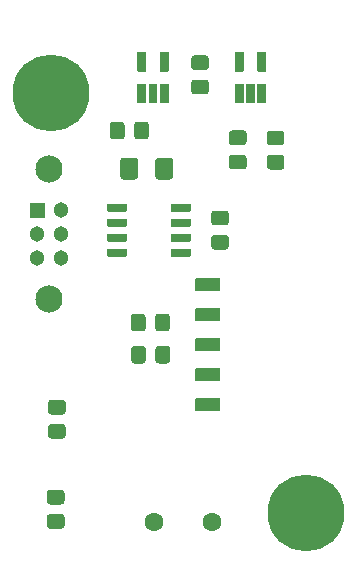
<source format=gbs>
G04 #@! TF.GenerationSoftware,KiCad,Pcbnew,5.1.10*
G04 #@! TF.CreationDate,2022-01-04T22:36:10-05:00*
G04 #@! TF.ProjectId,logger,6c6f6767-6572-42e6-9b69-6361645f7063,rev?*
G04 #@! TF.SameCoordinates,Original*
G04 #@! TF.FileFunction,Soldermask,Bot*
G04 #@! TF.FilePolarity,Negative*
%FSLAX46Y46*%
G04 Gerber Fmt 4.6, Leading zero omitted, Abs format (unit mm)*
G04 Created by KiCad (PCBNEW 5.1.10) date 2022-01-04 22:36:10*
%MOMM*%
%LPD*%
G01*
G04 APERTURE LIST*
%ADD10C,2.301600*%
%ADD11C,1.301600*%
%ADD12C,1.601600*%
%ADD13C,6.501600*%
G04 APERTURE END LIST*
D10*
X127676400Y-74586200D03*
X127676400Y-85586200D03*
D11*
X128676400Y-78086200D03*
X128676400Y-80086200D03*
X128676400Y-82086200D03*
X126676400Y-82086200D03*
G36*
G01*
X126076400Y-77435400D02*
X127276400Y-77435400D01*
G75*
G02*
X127327200Y-77486200I0J-50800D01*
G01*
X127327200Y-78686200D01*
G75*
G02*
X127276400Y-78737000I-50800J0D01*
G01*
X126076400Y-78737000D01*
G75*
G02*
X126025600Y-78686200I0J50800D01*
G01*
X126025600Y-77486200D01*
G75*
G02*
X126076400Y-77435400I50800J0D01*
G01*
G37*
X126676400Y-80086200D03*
D12*
X141430400Y-104444800D03*
X136550400Y-104444800D03*
D13*
X127787400Y-68148200D03*
G36*
G01*
X127740485Y-103786200D02*
X128697915Y-103786200D01*
G75*
G02*
X128970000Y-104058285I0J-272085D01*
G01*
X128970000Y-104765715D01*
G75*
G02*
X128697915Y-105037800I-272085J0D01*
G01*
X127740485Y-105037800D01*
G75*
G02*
X127468400Y-104765715I0J272085D01*
G01*
X127468400Y-104058285D01*
G75*
G02*
X127740485Y-103786200I272085J0D01*
G01*
G37*
G36*
G01*
X127740485Y-101736200D02*
X128697915Y-101736200D01*
G75*
G02*
X128970000Y-102008285I0J-272085D01*
G01*
X128970000Y-102715715D01*
G75*
G02*
X128697915Y-102987800I-272085J0D01*
G01*
X127740485Y-102987800D01*
G75*
G02*
X127468400Y-102715715I0J272085D01*
G01*
X127468400Y-102008285D01*
G75*
G02*
X127740485Y-101736200I272085J0D01*
G01*
G37*
G36*
G01*
X127842085Y-94116200D02*
X128799515Y-94116200D01*
G75*
G02*
X129071600Y-94388285I0J-272085D01*
G01*
X129071600Y-95095715D01*
G75*
G02*
X128799515Y-95367800I-272085J0D01*
G01*
X127842085Y-95367800D01*
G75*
G02*
X127570000Y-95095715I0J272085D01*
G01*
X127570000Y-94388285D01*
G75*
G02*
X127842085Y-94116200I272085J0D01*
G01*
G37*
G36*
G01*
X127842085Y-96166200D02*
X128799515Y-96166200D01*
G75*
G02*
X129071600Y-96438285I0J-272085D01*
G01*
X129071600Y-97145715D01*
G75*
G02*
X128799515Y-97417800I-272085J0D01*
G01*
X127842085Y-97417800D01*
G75*
G02*
X127570000Y-97145715I0J272085D01*
G01*
X127570000Y-96438285D01*
G75*
G02*
X127842085Y-96166200I272085J0D01*
G01*
G37*
G36*
G01*
X134857800Y-71801915D02*
X134857800Y-70844485D01*
G75*
G02*
X135129885Y-70572400I272085J0D01*
G01*
X135837315Y-70572400D01*
G75*
G02*
X136109400Y-70844485I0J-272085D01*
G01*
X136109400Y-71801915D01*
G75*
G02*
X135837315Y-72074000I-272085J0D01*
G01*
X135129885Y-72074000D01*
G75*
G02*
X134857800Y-71801915I0J272085D01*
G01*
G37*
G36*
G01*
X132807800Y-71801915D02*
X132807800Y-70844485D01*
G75*
G02*
X133079885Y-70572400I272085J0D01*
G01*
X133787315Y-70572400D01*
G75*
G02*
X134059400Y-70844485I0J-272085D01*
G01*
X134059400Y-71801915D01*
G75*
G02*
X133787315Y-72074000I-272085J0D01*
G01*
X133079885Y-72074000D01*
G75*
G02*
X132807800Y-71801915I0J272085D01*
G01*
G37*
G36*
G01*
X145994000Y-69029800D02*
X145344000Y-69029800D01*
G75*
G02*
X145293200Y-68979000I0J50800D01*
G01*
X145293200Y-67419000D01*
G75*
G02*
X145344000Y-67368200I50800J0D01*
G01*
X145994000Y-67368200D01*
G75*
G02*
X146044800Y-67419000I0J-50800D01*
G01*
X146044800Y-68979000D01*
G75*
G02*
X145994000Y-69029800I-50800J0D01*
G01*
G37*
G36*
G01*
X145044000Y-69029800D02*
X144394000Y-69029800D01*
G75*
G02*
X144343200Y-68979000I0J50800D01*
G01*
X144343200Y-67419000D01*
G75*
G02*
X144394000Y-67368200I50800J0D01*
G01*
X145044000Y-67368200D01*
G75*
G02*
X145094800Y-67419000I0J-50800D01*
G01*
X145094800Y-68979000D01*
G75*
G02*
X145044000Y-69029800I-50800J0D01*
G01*
G37*
G36*
G01*
X144094000Y-69029800D02*
X143444000Y-69029800D01*
G75*
G02*
X143393200Y-68979000I0J50800D01*
G01*
X143393200Y-67419000D01*
G75*
G02*
X143444000Y-67368200I50800J0D01*
G01*
X144094000Y-67368200D01*
G75*
G02*
X144144800Y-67419000I0J-50800D01*
G01*
X144144800Y-68979000D01*
G75*
G02*
X144094000Y-69029800I-50800J0D01*
G01*
G37*
G36*
G01*
X144094000Y-66329800D02*
X143444000Y-66329800D01*
G75*
G02*
X143393200Y-66279000I0J50800D01*
G01*
X143393200Y-64719000D01*
G75*
G02*
X143444000Y-64668200I50800J0D01*
G01*
X144094000Y-64668200D01*
G75*
G02*
X144144800Y-64719000I0J-50800D01*
G01*
X144144800Y-66279000D01*
G75*
G02*
X144094000Y-66329800I-50800J0D01*
G01*
G37*
G36*
G01*
X145994000Y-66329800D02*
X145344000Y-66329800D01*
G75*
G02*
X145293200Y-66279000I0J50800D01*
G01*
X145293200Y-64719000D01*
G75*
G02*
X145344000Y-64668200I50800J0D01*
G01*
X145994000Y-64668200D01*
G75*
G02*
X146044800Y-64719000I0J-50800D01*
G01*
X146044800Y-66279000D01*
G75*
G02*
X145994000Y-66329800I-50800J0D01*
G01*
G37*
G36*
G01*
X138177300Y-73891024D02*
X138177300Y-75206976D01*
G75*
G02*
X137909476Y-75474800I-267824J0D01*
G01*
X136918524Y-75474800D01*
G75*
G02*
X136650700Y-75206976I0J267824D01*
G01*
X136650700Y-73891024D01*
G75*
G02*
X136918524Y-73623200I267824J0D01*
G01*
X137909476Y-73623200D01*
G75*
G02*
X138177300Y-73891024I0J-267824D01*
G01*
G37*
G36*
G01*
X135202300Y-73891024D02*
X135202300Y-75206976D01*
G75*
G02*
X134934476Y-75474800I-267824J0D01*
G01*
X133943524Y-75474800D01*
G75*
G02*
X133675700Y-75206976I0J267824D01*
G01*
X133675700Y-73891024D01*
G75*
G02*
X133943524Y-73623200I267824J0D01*
G01*
X134934476Y-73623200D01*
G75*
G02*
X135202300Y-73891024I0J-267824D01*
G01*
G37*
G36*
G01*
X137887400Y-87100485D02*
X137887400Y-88057915D01*
G75*
G02*
X137615315Y-88330000I-272085J0D01*
G01*
X136907885Y-88330000D01*
G75*
G02*
X136635800Y-88057915I0J272085D01*
G01*
X136635800Y-87100485D01*
G75*
G02*
X136907885Y-86828400I272085J0D01*
G01*
X137615315Y-86828400D01*
G75*
G02*
X137887400Y-87100485I0J-272085D01*
G01*
G37*
G36*
G01*
X135837400Y-87100485D02*
X135837400Y-88057915D01*
G75*
G02*
X135565315Y-88330000I-272085J0D01*
G01*
X134857885Y-88330000D01*
G75*
G02*
X134585800Y-88057915I0J272085D01*
G01*
X134585800Y-87100485D01*
G75*
G02*
X134857885Y-86828400I272085J0D01*
G01*
X135565315Y-86828400D01*
G75*
G02*
X135837400Y-87100485I0J-272085D01*
G01*
G37*
G36*
G01*
X137739000Y-69029800D02*
X137089000Y-69029800D01*
G75*
G02*
X137038200Y-68979000I0J50800D01*
G01*
X137038200Y-67419000D01*
G75*
G02*
X137089000Y-67368200I50800J0D01*
G01*
X137739000Y-67368200D01*
G75*
G02*
X137789800Y-67419000I0J-50800D01*
G01*
X137789800Y-68979000D01*
G75*
G02*
X137739000Y-69029800I-50800J0D01*
G01*
G37*
G36*
G01*
X136789000Y-69029800D02*
X136139000Y-69029800D01*
G75*
G02*
X136088200Y-68979000I0J50800D01*
G01*
X136088200Y-67419000D01*
G75*
G02*
X136139000Y-67368200I50800J0D01*
G01*
X136789000Y-67368200D01*
G75*
G02*
X136839800Y-67419000I0J-50800D01*
G01*
X136839800Y-68979000D01*
G75*
G02*
X136789000Y-69029800I-50800J0D01*
G01*
G37*
G36*
G01*
X135839000Y-69029800D02*
X135189000Y-69029800D01*
G75*
G02*
X135138200Y-68979000I0J50800D01*
G01*
X135138200Y-67419000D01*
G75*
G02*
X135189000Y-67368200I50800J0D01*
G01*
X135839000Y-67368200D01*
G75*
G02*
X135889800Y-67419000I0J-50800D01*
G01*
X135889800Y-68979000D01*
G75*
G02*
X135839000Y-69029800I-50800J0D01*
G01*
G37*
G36*
G01*
X135839000Y-66329800D02*
X135189000Y-66329800D01*
G75*
G02*
X135138200Y-66279000I0J50800D01*
G01*
X135138200Y-64719000D01*
G75*
G02*
X135189000Y-64668200I50800J0D01*
G01*
X135839000Y-64668200D01*
G75*
G02*
X135889800Y-64719000I0J-50800D01*
G01*
X135889800Y-66279000D01*
G75*
G02*
X135839000Y-66329800I-50800J0D01*
G01*
G37*
G36*
G01*
X137739000Y-66329800D02*
X137089000Y-66329800D01*
G75*
G02*
X137038200Y-66279000I0J50800D01*
G01*
X137038200Y-64719000D01*
G75*
G02*
X137089000Y-64668200I50800J0D01*
G01*
X137739000Y-64668200D01*
G75*
G02*
X137789800Y-64719000I0J-50800D01*
G01*
X137789800Y-66279000D01*
G75*
G02*
X137739000Y-66329800I-50800J0D01*
G01*
G37*
G36*
G01*
X142617115Y-81397800D02*
X141659685Y-81397800D01*
G75*
G02*
X141387600Y-81125715I0J272085D01*
G01*
X141387600Y-80418285D01*
G75*
G02*
X141659685Y-80146200I272085J0D01*
G01*
X142617115Y-80146200D01*
G75*
G02*
X142889200Y-80418285I0J-272085D01*
G01*
X142889200Y-81125715D01*
G75*
G02*
X142617115Y-81397800I-272085J0D01*
G01*
G37*
G36*
G01*
X142617115Y-79347800D02*
X141659685Y-79347800D01*
G75*
G02*
X141387600Y-79075715I0J272085D01*
G01*
X141387600Y-78368285D01*
G75*
G02*
X141659685Y-78096200I272085J0D01*
G01*
X142617115Y-78096200D01*
G75*
G02*
X142889200Y-78368285I0J-272085D01*
G01*
X142889200Y-79075715D01*
G75*
G02*
X142617115Y-79347800I-272085J0D01*
G01*
G37*
G36*
G01*
X139636800Y-77551000D02*
X139636800Y-78151000D01*
G75*
G02*
X139586000Y-78201800I-50800J0D01*
G01*
X138036000Y-78201800D01*
G75*
G02*
X137985200Y-78151000I0J50800D01*
G01*
X137985200Y-77551000D01*
G75*
G02*
X138036000Y-77500200I50800J0D01*
G01*
X139586000Y-77500200D01*
G75*
G02*
X139636800Y-77551000I0J-50800D01*
G01*
G37*
G36*
G01*
X139636800Y-78821000D02*
X139636800Y-79421000D01*
G75*
G02*
X139586000Y-79471800I-50800J0D01*
G01*
X138036000Y-79471800D01*
G75*
G02*
X137985200Y-79421000I0J50800D01*
G01*
X137985200Y-78821000D01*
G75*
G02*
X138036000Y-78770200I50800J0D01*
G01*
X139586000Y-78770200D01*
G75*
G02*
X139636800Y-78821000I0J-50800D01*
G01*
G37*
G36*
G01*
X139636800Y-80091000D02*
X139636800Y-80691000D01*
G75*
G02*
X139586000Y-80741800I-50800J0D01*
G01*
X138036000Y-80741800D01*
G75*
G02*
X137985200Y-80691000I0J50800D01*
G01*
X137985200Y-80091000D01*
G75*
G02*
X138036000Y-80040200I50800J0D01*
G01*
X139586000Y-80040200D01*
G75*
G02*
X139636800Y-80091000I0J-50800D01*
G01*
G37*
G36*
G01*
X139636800Y-81361000D02*
X139636800Y-81961000D01*
G75*
G02*
X139586000Y-82011800I-50800J0D01*
G01*
X138036000Y-82011800D01*
G75*
G02*
X137985200Y-81961000I0J50800D01*
G01*
X137985200Y-81361000D01*
G75*
G02*
X138036000Y-81310200I50800J0D01*
G01*
X139586000Y-81310200D01*
G75*
G02*
X139636800Y-81361000I0J-50800D01*
G01*
G37*
G36*
G01*
X134236800Y-81361000D02*
X134236800Y-81961000D01*
G75*
G02*
X134186000Y-82011800I-50800J0D01*
G01*
X132636000Y-82011800D01*
G75*
G02*
X132585200Y-81961000I0J50800D01*
G01*
X132585200Y-81361000D01*
G75*
G02*
X132636000Y-81310200I50800J0D01*
G01*
X134186000Y-81310200D01*
G75*
G02*
X134236800Y-81361000I0J-50800D01*
G01*
G37*
G36*
G01*
X134236800Y-80091000D02*
X134236800Y-80691000D01*
G75*
G02*
X134186000Y-80741800I-50800J0D01*
G01*
X132636000Y-80741800D01*
G75*
G02*
X132585200Y-80691000I0J50800D01*
G01*
X132585200Y-80091000D01*
G75*
G02*
X132636000Y-80040200I50800J0D01*
G01*
X134186000Y-80040200D01*
G75*
G02*
X134236800Y-80091000I0J-50800D01*
G01*
G37*
G36*
G01*
X134236800Y-78821000D02*
X134236800Y-79421000D01*
G75*
G02*
X134186000Y-79471800I-50800J0D01*
G01*
X132636000Y-79471800D01*
G75*
G02*
X132585200Y-79421000I0J50800D01*
G01*
X132585200Y-78821000D01*
G75*
G02*
X132636000Y-78770200I50800J0D01*
G01*
X134186000Y-78770200D01*
G75*
G02*
X134236800Y-78821000I0J-50800D01*
G01*
G37*
G36*
G01*
X134236800Y-77551000D02*
X134236800Y-78151000D01*
G75*
G02*
X134186000Y-78201800I-50800J0D01*
G01*
X132636000Y-78201800D01*
G75*
G02*
X132585200Y-78151000I0J50800D01*
G01*
X132585200Y-77551000D01*
G75*
G02*
X132636000Y-77500200I50800J0D01*
G01*
X134186000Y-77500200D01*
G75*
G02*
X134236800Y-77551000I0J-50800D01*
G01*
G37*
G36*
G01*
X147316115Y-74634000D02*
X146358685Y-74634000D01*
G75*
G02*
X146086600Y-74361915I0J272085D01*
G01*
X146086600Y-73654485D01*
G75*
G02*
X146358685Y-73382400I272085J0D01*
G01*
X147316115Y-73382400D01*
G75*
G02*
X147588200Y-73654485I0J-272085D01*
G01*
X147588200Y-74361915D01*
G75*
G02*
X147316115Y-74634000I-272085J0D01*
G01*
G37*
G36*
G01*
X147316115Y-72584000D02*
X146358685Y-72584000D01*
G75*
G02*
X146086600Y-72311915I0J272085D01*
G01*
X146086600Y-71604485D01*
G75*
G02*
X146358685Y-71332400I272085J0D01*
G01*
X147316115Y-71332400D01*
G75*
G02*
X147588200Y-71604485I0J-272085D01*
G01*
X147588200Y-72311915D01*
G75*
G02*
X147316115Y-72584000I-272085J0D01*
G01*
G37*
G36*
G01*
X143158285Y-73364400D02*
X144115715Y-73364400D01*
G75*
G02*
X144387800Y-73636485I0J-272085D01*
G01*
X144387800Y-74343915D01*
G75*
G02*
X144115715Y-74616000I-272085J0D01*
G01*
X143158285Y-74616000D01*
G75*
G02*
X142886200Y-74343915I0J272085D01*
G01*
X142886200Y-73636485D01*
G75*
G02*
X143158285Y-73364400I272085J0D01*
G01*
G37*
G36*
G01*
X143158285Y-71314400D02*
X144115715Y-71314400D01*
G75*
G02*
X144387800Y-71586485I0J-272085D01*
G01*
X144387800Y-72293915D01*
G75*
G02*
X144115715Y-72566000I-272085J0D01*
G01*
X143158285Y-72566000D01*
G75*
G02*
X142886200Y-72293915I0J272085D01*
G01*
X142886200Y-71586485D01*
G75*
G02*
X143158285Y-71314400I272085J0D01*
G01*
G37*
G36*
G01*
X140915315Y-66208600D02*
X139957885Y-66208600D01*
G75*
G02*
X139685800Y-65936515I0J272085D01*
G01*
X139685800Y-65229085D01*
G75*
G02*
X139957885Y-64957000I272085J0D01*
G01*
X140915315Y-64957000D01*
G75*
G02*
X141187400Y-65229085I0J-272085D01*
G01*
X141187400Y-65936515D01*
G75*
G02*
X140915315Y-66208600I-272085J0D01*
G01*
G37*
G36*
G01*
X140915315Y-68258600D02*
X139957885Y-68258600D01*
G75*
G02*
X139685800Y-67986515I0J272085D01*
G01*
X139685800Y-67279085D01*
G75*
G02*
X139957885Y-67007000I272085J0D01*
G01*
X140915315Y-67007000D01*
G75*
G02*
X141187400Y-67279085I0J-272085D01*
G01*
X141187400Y-67986515D01*
G75*
G02*
X140915315Y-68258600I-272085J0D01*
G01*
G37*
G36*
G01*
X134611200Y-90775715D02*
X134611200Y-89818285D01*
G75*
G02*
X134883285Y-89546200I272085J0D01*
G01*
X135590715Y-89546200D01*
G75*
G02*
X135862800Y-89818285I0J-272085D01*
G01*
X135862800Y-90775715D01*
G75*
G02*
X135590715Y-91047800I-272085J0D01*
G01*
X134883285Y-91047800D01*
G75*
G02*
X134611200Y-90775715I0J272085D01*
G01*
G37*
G36*
G01*
X136661200Y-90775715D02*
X136661200Y-89818285D01*
G75*
G02*
X136933285Y-89546200I272085J0D01*
G01*
X137640715Y-89546200D01*
G75*
G02*
X137912800Y-89818285I0J-272085D01*
G01*
X137912800Y-90775715D01*
G75*
G02*
X137640715Y-91047800I-272085J0D01*
G01*
X136933285Y-91047800D01*
G75*
G02*
X136661200Y-90775715I0J272085D01*
G01*
G37*
G36*
G01*
X142097000Y-95089600D02*
X140097000Y-95089600D01*
G75*
G02*
X140046200Y-95038800I0J50800D01*
G01*
X140046200Y-94038800D01*
G75*
G02*
X140097000Y-93988000I50800J0D01*
G01*
X142097000Y-93988000D01*
G75*
G02*
X142147800Y-94038800I0J-50800D01*
G01*
X142147800Y-95038800D01*
G75*
G02*
X142097000Y-95089600I-50800J0D01*
G01*
G37*
G36*
G01*
X142097000Y-92549600D02*
X140097000Y-92549600D01*
G75*
G02*
X140046200Y-92498800I0J50800D01*
G01*
X140046200Y-91498800D01*
G75*
G02*
X140097000Y-91448000I50800J0D01*
G01*
X142097000Y-91448000D01*
G75*
G02*
X142147800Y-91498800I0J-50800D01*
G01*
X142147800Y-92498800D01*
G75*
G02*
X142097000Y-92549600I-50800J0D01*
G01*
G37*
G36*
G01*
X142097000Y-90009600D02*
X140097000Y-90009600D01*
G75*
G02*
X140046200Y-89958800I0J50800D01*
G01*
X140046200Y-88958800D01*
G75*
G02*
X140097000Y-88908000I50800J0D01*
G01*
X142097000Y-88908000D01*
G75*
G02*
X142147800Y-88958800I0J-50800D01*
G01*
X142147800Y-89958800D01*
G75*
G02*
X142097000Y-90009600I-50800J0D01*
G01*
G37*
G36*
G01*
X142097000Y-87469600D02*
X140097000Y-87469600D01*
G75*
G02*
X140046200Y-87418800I0J50800D01*
G01*
X140046200Y-86418800D01*
G75*
G02*
X140097000Y-86368000I50800J0D01*
G01*
X142097000Y-86368000D01*
G75*
G02*
X142147800Y-86418800I0J-50800D01*
G01*
X142147800Y-87418800D01*
G75*
G02*
X142097000Y-87469600I-50800J0D01*
G01*
G37*
G36*
G01*
X142097000Y-84929600D02*
X140097000Y-84929600D01*
G75*
G02*
X140046200Y-84878800I0J50800D01*
G01*
X140046200Y-83878800D01*
G75*
G02*
X140097000Y-83828000I50800J0D01*
G01*
X142097000Y-83828000D01*
G75*
G02*
X142147800Y-83878800I0J-50800D01*
G01*
X142147800Y-84878800D01*
G75*
G02*
X142097000Y-84929600I-50800J0D01*
G01*
G37*
X149377400Y-103708200D03*
M02*

</source>
